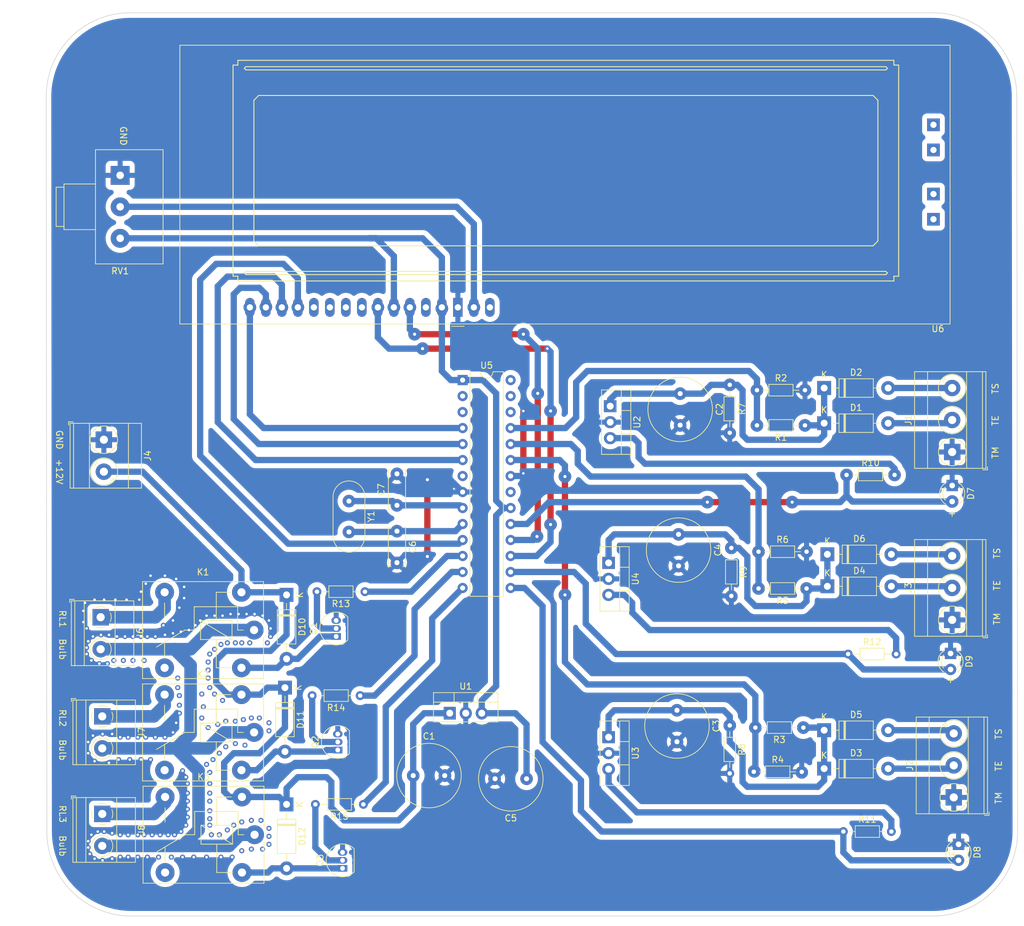
<source format=kicad_pcb>
(kicad_pcb (version 20211014) (generator pcbnew)
  (layers (0 "F.Cu" signal) (31 "B.Cu" signal) (34 "B.Paste" user) (35 "F.Paste" user) (36 "B.SilkS" user "B.Silkscreen") (37 "F.SilkS" user "F.Silkscreen") (38 "B.Mask" user) (39 "F.Mask" user) (44 "Edge.Cuts" user))
  (net 0 "")
  (net 1 "12V")
  (net 2 "GND")
  (net 3 "Net-(C2-Pad1)")
  (net 4 "Net-(C3-Pad1)")
  (net 5 "Net-(C4-Pad1)")
  (net 6 "5V")
  (net 7 "XTAL2")
  (net 8 "XTAL1")
  (net 9 "Net-(D1-Pad2)")
  (net 10 "Net-(D2-Pad2)")
  (net 11 "Net-(D3-Pad2)")
  (net 12 "Net-(D4-Pad2)")
  (net 13 "Net-(D5-Pad2)")
  (net 14 "Net-(D6-Pad2)")
  (net 15 "13")
  (net 16 "9")
  (net 17 "10")
  (net 18 "Net-(D10-Pad2)")
  (net 19 "Net-(D11-Pad2)")
  (net 20 "Net-(D12-Pad2)")
  (net 21 "PIN11")
  (net 22 "RL3")
  (net 23 "RL2")
  (net 24 "RL1")
  (net 25 "Net-(Q1-Pad2)")
  (net 26 "Net-(Q2-Pad2)")
  (net 27 "Net-(Q3-Pad2)")
  (net 28 "PC0")
  (net 29 "PC2")
  (net 30 "PC1")
  (net 31 "Net-(R10-Pad2)")
  (net 32 "Net-(R11-Pad2)")
  (net 33 "Net-(R12-Pad2)")
  (net 34 "8")
  (net 35 "6")
  (net 36 "7")
  (net 37 "VEE")
  (net 40 "D7")
  (net 41 "D6")
  (net 42 "D5")
  (net 44 "D4")
  (net 45 "E")
  (net 46 "RS")
  (footprint "Potentiometer_THT:Potentiometer_Alps_RK163_Single_Horizontal" (layer "F.Cu") (at 33.782 46.9)
    (fp_text reference "RV1")
    (fp_text value "10k")
  )
  (footprint "Package_TO_SOT_THT:TO-92_Inline" (layer "F.Cu") (at 69.088 156.972 90)
    (fp_text reference "Q3")
    (fp_text value "BC547")
  )
  (footprint "Crystal:Crystal_HC18-U_Vertical" (layer "F.Cu") (at 70.104 98.642 -90)
    (fp_text reference "Y1")
    (fp_text value "Crystal")
  )
  (footprint "TerminalBlock_Phoenix:TerminalBlock_Phoenix_MKDS-1,5-2-5.08_1x02_P5.08mm_Horizontal" (layer "F.Cu") (at 30.937 132.837 -90)
    (fp_text reference "J7")
    (fp_text value "Screw_Terminal_01x02")
  )
  (footprint "Relay_THT:Relay_SPDT_Finder_36.11" (layer "F.Cu") (at 55.118 151.638 180)
    (fp_text reference "K3")
    (fp_text value "FINDER-32.21-x300")
  )
  (footprint "Package_TO_SOT_THT:TO-220-3_Vertical" (layer "F.Cu") (at 111.323 136.144 -90)
    (fp_text reference "U3")
    (fp_text value "LM7805_TO220")
  )
  (footprint "Package_TO_SOT_THT:TO-92_Inline" (layer "F.Cu") (at 68.072 120.142 90)
    (fp_text reference "Q1")
    (fp_text value "BC547")
  )
  (footprint "Package_DIP:DIP-28_W7.62mm" (layer "F.Cu") (at 88.148 79.422)
    (fp_text reference "U5")
    (fp_text value "ATmega328P-P")
  )
  (footprint "Diode_THT:D_DO-41_SOD81_P10.16mm_Horizontal" (layer "F.Cu") (at 60.198 113.538 -90)
    (fp_text reference "D10")
    (fp_text value "1N4007")
  )
  (footprint "Resistor_THT:R_Axial_DIN0204_L3.6mm_D1.6mm_P7.62mm_Horizontal" (layer "F.Cu") (at 130.556 80.174 -90)
    (fp_text reference "R7")
    (fp_text value "1k")
  )
  (footprint "Capacitor_THT:C_Radial_D10.0mm_H12.5mm_P5.00mm" (layer "F.Cu") (at 122.682 81.574 -90)
    (fp_text reference "C2")
    (fp_text value "2200u")
  )
  (footprint "Resistor_THT:R_Axial_DIN0204_L3.6mm_D1.6mm_P7.62mm_Horizontal" (layer "F.Cu") (at 142.494 86.614 180)
    (fp_text reference "R1")
    (fp_text value "100k")
  )
  (footprint "Resistor_THT:R_Axial_DIN0204_L3.6mm_D1.6mm_P7.62mm_Horizontal" (layer "F.Cu") (at 149.098 94.488)
    (fp_text reference "R10")
    (fp_text value "330")
  )
  (footprint "Diode_THT:D_DO-41_SOD81_P10.16mm_Horizontal" (layer "F.Cu") (at 59.944 128.27 -90)
    (fp_text reference "D11")
    (fp_text value "1N4007")
  )
  (footprint "Capacitor_THT:C_Disc_D6.0mm_W2.5mm_P5.00mm" (layer "F.Cu") (at 77.724 103.418 -90)
    (fp_text reference "C6")
    (fp_text value "22p")
  )
  (footprint "Resistor_THT:R_Axial_DIN0204_L3.6mm_D1.6mm_P7.62mm_Horizontal" (layer "F.Cu") (at 134.366 141.642)
    (fp_text reference "R4")
    (fp_text value "10k")
  )
  (footprint "Capacitor_THT:C_Radial_D10.0mm_H12.5mm_P5.00mm" (layer "F.Cu") (at 122.174 131.866 -90)
    (fp_text reference "C3")
    (fp_text value "2200u")
  )
  (footprint "Resistor_THT:R_Axial_DIN0204_L3.6mm_D1.6mm_P7.62mm_Horizontal" (layer "F.Cu") (at 130.556 134.276 -90)
    (fp_text reference "R8")
    (fp_text value "1k")
  )
  (footprint "Resistor_THT:R_Axial_DIN0204_L3.6mm_D1.6mm_P7.62mm_Horizontal" (layer "F.Cu") (at 142.24 134.62 180)
    (fp_text reference "R3")
    (fp_text value "100k")
  )
  (footprint "Resistor_THT:R_Axial_DIN0204_L3.6mm_D1.6mm_P7.62mm_Horizontal" (layer "F.Cu") (at 149.352 122.936)
    (fp_text reference "R12")
    (fp_text value "300")
  )
  (footprint "Diode_THT:D_DO-41_SOD81_P10.16mm_Horizontal" (layer "F.Cu") (at 146.05 107.098)
    (fp_text reference "D6")
    (fp_text value "1N4007")
  )
  (footprint "Package_TO_SOT_THT:TO-92_Inline" (layer "F.Cu") (at 68.326 138.176 90)
    (fp_text reference "Q2")
    (fp_text value "BC547")
  )
  (footprint "Display:LCD-016N002L" (layer "F.Cu") (at 87.394 67.8715 180)
    (fp_text reference "U6")
    (fp_text value "LCD-016N002L")
  )
  (footprint "TerminalBlock_Phoenix:TerminalBlock_Phoenix_MKDS-1,5-2-5.08_1x02_P5.08mm_Horizontal" (layer "F.Cu") (at 30.683 117.089 -90)
    (fp_text reference "J6")
    (fp_text value "Screw_Terminal_01x02")
  )
  (footprint "Resistor_THT:R_Axial_DIN0204_L3.6mm_D1.6mm_P7.62mm_Horizontal" (layer "F.Cu") (at 72.644 113.03 180)
    (fp_text reference "R13")
    (fp_text value "10k")
  )
  (footprint "LED_THT:LED_D3.0mm" (layer "F.Cu") (at 165.862 96.171 -90)
    (fp_text reference "D7")
    (fp_text value "LED")
  )
  (footprint "Relay_THT:Relay_SPDT_Finder_36.11" (layer "F.Cu") (at 55.04 119.126 180)
    (fp_text reference "K1")
    (fp_text value "FINDER-32.21-x300")
  )
  (footprint "Capacitor_THT:C_Radial_D10.0mm_H12.5mm_P5.00mm" (layer "F.Cu") (at 122.428 103.926 -90)
    (fp_text reference "C4")
    (fp_text value "2200u")
  )
  (footprint "Diode_THT:D_DO-41_SOD81_P10.16mm_Horizontal" (layer "F.Cu") (at 145.542 135.038)
    (fp_text reference "D5")
    (fp_text value "1N4007")
  )
  (footprint "Capacitor_THT:C_Radial_D10.0mm_H12.5mm_P5.00mm" (layer "F.Cu") (at 80.304 142.24)
    (fp_text reference "C1")
    (fp_text value "2200u")
  )
  (footprint "TerminalBlock_Phoenix:TerminalBlock_Phoenix_MKDS-1,5-2-5.08_1x02_P5.08mm_Horizontal" (layer "F.Cu") (at 30.937 148.331 -90)
    (fp_text reference "J8")
    (fp_text value "Screw_Terminal_01x02")
  )
  (footprint "Resistor_THT:R_Axial_DIN0204_L3.6mm_D1.6mm_P7.62mm_Horizontal" (layer "F.Cu") (at 135.128 106.68)
    (fp_text reference "R6")
    (fp_text value "10k")
  )
  (footprint "Package_TO_SOT_THT:TO-220-3_Vertical" (layer "F.Cu") (at 86.106 132.334)
    (fp_text reference "U1")
    (fp_text value "LM7805_TO220")
  )
  (footprint "Package_TO_SOT_THT:TO-220-3_Vertical" (layer "F.Cu") (at 111.323 108.458 -90)
    (fp_text reference "U4")
    (fp_text value "LM7805_TO220")
  )
  (footprint "Diode_THT:D_DO-41_SOD81_P10.16mm_Horizontal" (layer "F.Cu") (at 145.542 141.134)
    (fp_text reference "D3")
    (fp_text value "1N4007")
  )
  (footprint "TerminalBlock_Phoenix:TerminalBlock_Phoenix_MKDS-3-3-5.08_1x03_P5.08mm_Horizontal" (layer "F.Cu") (at 165.862 117.512 90)
    (fp_text reference "J3")
    (fp_text value "Screw_Terminal_01x03")
  )
  (footprint "TerminalBlock_Phoenix:TerminalBlock_Phoenix_MKDS-3-3-5.08_1x03_P5.08mm_Horizontal" (layer "F.Cu") (at 165.862 90.842 90)
    (fp_text reference "J1")
    (fp_text value "Screw_Terminal_01x03")
  )
  (footprint "Resistor_THT:R_Axial_DIN0204_L3.6mm_D1.6mm_P7.62mm_Horizontal" (layer "F.Cu") (at 134.874 81.026)
    (fp_text reference "R2")
    (fp_text value "10k")
  )
  (footprint "Resistor_THT:R_Axial_DIN0204_L3.6mm_D1.6mm_P7.62mm_Horizontal" (layer "F.Cu") (at 130.81 106.082 -90)
    (fp_text reference "R9")
    (fp_text value "1k")
  )
  (footprint "Resistor_THT:R_Axial_DIN0204_L3.6mm_D1.6mm_P7.62mm_Horizontal" (layer "F.Cu") (at 142.748 112.522 180)
    (fp_text reference "R5")
    (fp_text value "100k")
  )
  (footprint "TerminalBlock_Phoenix:TerminalBlock_Phoenix_MKDS-3-2-5.08_1x02_P5.08mm_Horizontal" (layer "F.Cu") (at 31.196 88.895 -90)
    (fp_text reference "J4")
    (fp_text value "Screw_Terminal_01x02")
  )
  (footprint "TerminalBlock_Phoenix:TerminalBlock_Phoenix_MKDS-3-3-5.08_1x03_P5.08mm_Horizontal" (layer "F.Cu") (at 166.116 145.706 90)
    (fp_text reference "J2")
    (fp_text value "Screw_Terminal_01x03")
  )
  (footprint "Diode_THT:D_DO-41_SOD81_P10.16mm_Horizontal" (layer "F.Cu") (at 145.542 86.27)
    (fp_text reference "D1")
    (fp_text value "1N4007")
  )
  (footprint "LED_THT:LED_D3.0mm" (layer "F.Cu") (at 165.608 122.841 -90)
    (fp_text reference "D9")
    (fp_text value "LED")
  )
  (footprint "Package_TO_SOT_THT:TO-220-3_Vertical" (layer "F.Cu") (at 111.577 83.566 -90)
    (fp_text reference "U2")
    (fp_text value "LM7805_TO220")
  )
  (footprint "LED_THT:LED_D3.0mm" (layer "F.Cu") (at 166.878 153.157 -90)
    (fp_text reference "D8")
    (fp_text value "LED")
  )
  (footprint "Diode_THT:D_DO-41_SOD81_P10.16mm_Horizontal" (layer "F.Cu") (at 145.542 80.682)
    (fp_text reference "D2")
    (fp_text value "1N4007")
  )
  (footprint "Capacitor_THT:C_Radial_D10.0mm_H12.5mm_P5.00mm" (layer "F.Cu") (at 98.298 142.748 180)
    (fp_text reference "C5")
    (fp_text value "2200u")
  )
  (footprint "Capacitor_THT:C_Disc_D6.0mm_W2.5mm_P5.00mm" (layer "F.Cu") (at 77.724 99.314 90)
    (fp_text reference "C7")
    (fp_text value "22p")
  )
  (footprint "Diode_THT:D_DO-41_SOD81_P10.16mm_Horizontal" (layer "F.Cu") (at 60.198 146.812 -90)
    (fp_text reference "D12")
    (fp_text value "1N4007")
  )
  (footprint "Resistor_THT:R_Axial_DIN0204_L3.6mm_D1.6mm_P7.62mm_Horizontal" (layer "F.Cu") (at 72.39 146.812 180)
    (fp_text reference "R15")
    (fp_text value "10k")
  )
  (footprint "Resistor_THT:R_Axial_DIN0204_L3.6mm_D1.6mm_P7.62mm_Horizontal" (layer "F.Cu") (at 148.59 151.13)
    (fp_text reference "R11")
    (fp_text value "330")
  )
  (footprint "Diode_THT:D_DO-41_SOD81_P10.16mm_Horizontal" (layer "F.Cu") (at 146.05 112.178)
    (fp_text reference "D4")
    (fp_text value "1N4007")
  )
  (footprint "Relay_THT:Relay_SPDT_Finder_36.11" (layer "F.Cu") (at 55.04 135.382 180)
    (fp_text reference "K2")
    (fp_text value "FINDER-32.21-x300")
  )
  (footprint "Resistor_THT:R_Axial_DIN0204_L3.6mm_D1.6mm_P7.62mm_Horizontal" (layer "F.Cu") (at 71.882 129.54 180)
    (fp_text reference "R14")
    (fp_text value "10k")
  )
  (gr_line (start 176.124779 34.378) (end 176.24923 151.13) (layer "Edge.Cuts") (width 0.1))
  (gr_arc (start 35.56 164.545229) (mid 26.074001 160.615999) (end 22.144771 151.13) (layer "Edge.Cuts") (width 0.1))
  (gr_line (start 162.834 164.54523) (end 35.56 164.545229) (layer "Edge.Cuts") (width 0.1))
  (gr_line (start 35.334 21.087221) (end 162.834 21.087221) (layer "Edge.Cuts") (width 0.1))
  (gr_arc (start 176.24923 151.13) (mid 172.32 160.616) (end 162.834 164.54523) (layer "Edge.Cuts") (width 0.1))
  (gr_arc (start 22.043221 34.378) (mid 25.936 24.98) (end 35.334 21.087221) (layer "Edge.Cuts") (width 0.1))
  (gr_arc (start 162.834 21.087221) (mid 172.232 24.98) (end 176.124779 34.378) (layer "Edge.Cuts") (width 0.1))
  (gr_line (start 22.043221 34.378) (end 22.144771 151.13) (layer "Edge.Cuts") (width 0.1))
  (gr_text "TS" (at 172.72 80.772 90) (layer "F.SilkS") (effects (font (size 1 1))))
  (gr_text "TS" (at 173.228 135.636 90) (layer "F.SilkS") (effects (font (size 1 1))))
  (gr_text "TE" (at 172.974 112.014 90) (layer "F.SilkS") (effects (font (size 1 1))))
  (gr_text "Bulb" (at 24.638 153.416 270) (layer "F.SilkS") (effects (font (size 1 1))))
  (gr_text "GND" (at 24.13 88.9 270) (layer "F.SilkS") (effects (font (size 1 1))))
  (gr_text "RL1" (at 24.638 117.348 270) (layer "F.SilkS") (effects (font (size 1 1))))
  (gr_text "TM" (at 172.72 90.932 90) (layer "F.SilkS") (effects (font (size 1 1))))
  (gr_text "TE" (at 173.228 140.716 90) (layer "F.SilkS") (effects (font (size 1 1))))
  (gr_text "GND" (at 34.29 40.64 270) (layer "F.SilkS") (effects (font (size 1 1))))
  (gr_text "TS" (at 172.974 106.934 90) (layer "F.SilkS") (effects (font (size 1 1))))
  (gr_text "RL2" (at 24.638 133.096 270) (layer "F.SilkS") (effects (font (size 1 1))))
  (gr_text "+" (at 166.116 154.686) (layer "F.SilkS") (effects (font (size 1 1))))
  (gr_text "+" (at 165.608 127) (layer "F.SilkS") (effects (font (size 1 1))))
  (gr_text "+" (at 165.862 100.584) (layer "F.SilkS") (effects (font (size 1 1))))
  (gr_text "TM" (at 172.974 117.348 90) (layer "F.SilkS") (effects (font (size 1 1))))
  (gr_text "RL3" (at 24.638 148.336 270) (layer "F.SilkS") (effects (font (size 1 1))))
  (gr_text "TM" (at 173.228 145.796 90) (layer "F.SilkS") (effects (font (size 1 1))))
  (gr_text "Bulb" (at 24.638 122.174 270) (layer "F.SilkS") (effects (font (size 1 1))))
  (gr_text "TE" (at 172.72 85.852 90) (layer "F.SilkS") (effects (font (size 1 1))))
  (gr_text "+12V" (at 24.13 93.98 270) (layer "F.SilkS") (effects (font (size 1 1))))
  (gr_text "Bulb" (at 24.638 138.176 270) (layer "F.SilkS") (effects (font (size 1 1))))
  (via (at 48.006 147.828) (size 0.8) (drill 0.4) (layers "F.Cu" "B.Cu") (net 0))
  (via (at 49.53 151.638) (size 0.8) (drill 0.4) (layers "F.Cu" "B.Cu") (net 0))
  (via (at 43.18 132.334) (size 0.8) (drill 0.4) (layers "F.Cu" "B.Cu") (net 0))
  (via (at 44.45 143.51) (size 0.8) (drill 0.4) (layers "F.Cu" "B.Cu") (net 0))
  (via (at 49.53 138.684) (size 0.8) (drill 0.4) (layers "F.Cu" "B.Cu") (net 0))
  (via (at 48.006 122.936) (size 0.8) (drill 0.4) (layers "F.Cu" "B.Cu") (net 0))
  (via (at 33.782 155.194) (size 0.8) (drill 0.4) (layers "F.Cu" "B.Cu") (net 0))
  (via (at 52.07 137.16) (size 0.8) (drill 0.4) (layers "F.Cu" "B.Cu") (net 0))
  (via (at 48.006 150.114) (size 0.8) (drill 0.4) (layers "F.Cu" "B.Cu") (net 0))
  (via (at 53.594 137.414) (size 0.8) (drill 0.4) (layers "F.Cu" "B.Cu") (net 0))
  (via (at 50.546 137.668) (size 0.8) (drill 0.4) (layers "F.Cu" "B.Cu") (net 0))
  (via (at 44.45 145.034) (size 0.8) (drill 0.4) (layers "F.Cu" "B.Cu") (net 0))
  (via (at 35.052 136.144) (size 0.8) (drill 0.4) (layers "F.Cu" "B.Cu") (net 0))
  (via (at 47.752 126.746) (size 0.8) (drill 0.4) (layers "F.Cu" "B.Cu") (net 0))
  (via (at 57.15 121.158) (size 0.8) (drill 0.4) (layers "F.Cu" "B.Cu") (net 0))
  (via (at 43.18 131.064) (size 0.8) (drill 0.4) (layers "F.Cu" "B.Cu") (net 0))
  (via (at 57.404 133.858) (size 0.8) (drill 0.4) (layers "F.Cu" "B.Cu") (net 0))
  (via (at 48.006 143.51) (size 0.8) (drill 0.4) (layers "F.Cu" "B.Cu") (net 0))
  (via (at 55.88 133.096) (size 0.8) (drill 0.4) (layers "F.Cu" "B.Cu") (net 0))
  (via (at 48.768 129.286) (size 0.8) (drill 0.4) (layers "F.Cu" "B.Cu") (net 0))
  (via (at 41.402 151.638) (size 0.8) (drill 0.4) (layers "F.Cu" "B.Cu") (net 0))
  (via (at 46.736 133.096) (size 0.8) (drill 0.4) (layers "F.Cu" "B.Cu") (net 0))
  (via (at 52.07 121.158) (size 0.8) (drill 0.4) (layers "F.Cu" "B.Cu") (net 0))
  (via (at 38.608 139.7) (size 0.8) (drill 0.4) (layers "F.Cu" "B.Cu") (net 0))
  (via (at 34.29 123.952) (size 0.8) (drill 0.4) (layers "F.Cu" "B.Cu") (net 0))
  (via (at 53.086 121.158) (size 0.8) (drill 0.4) (layers "F.Cu" "B.Cu") (net 0))
  (via (at 43.434 151.13) (size 0.8) (drill 0.4) (layers "F.Cu" "B.Cu") (net 0))
  (via (at 50.8 150.876) (size 0.8) (drill 0.4) (layers "F.Cu" "B.Cu") (net 0))
  (via (at 50.8 121.158) (size 0.8) (drill 0.4) (layers "F.Cu" "B.Cu") (net 0))
  (via (at 54.61 133.096) (size 0.8) (drill 0.4) (layers "F.Cu" "B.Cu") (net 0))
  (via (at 45.466 155.194) (size 0.8) (drill 0.4) (layers "F.Cu" "B.Cu") (net 0))
  (via (at 37.592 151.638) (size 0.8) (drill 0.4) (layers "F.Cu" "B.Cu") (net 0))
  (via (at 53.34 133.35) (size 0.8) (drill 0.4) (layers "F.Cu" "B.Cu") (net 0))
  (via (at 46.736 129.286) (size 0.8) (drill 0.4) (layers "F.Cu" "B.Cu") (net 0))
  (via (at 43.688 141.478) (size 0.8) (drill 0.4) (layers "F.Cu" "B.Cu") (net 0))
  (via (at 44.45 148.844) (size 0.8) (drill 0.4) (layers "F.Cu" "B.Cu") (net 0))
  (via (at 40.894 136.144) (size 0.8) (drill 0.4) (layers "F.Cu" "B.Cu") (net 0))
  (via (at 41.91 155.194) (size 0.8) (drill 0.4) (layers "F.Cu" "B.Cu") (net 0))
  (via (at 46.99 131.318) (size 0.8) (drill 0.4) (layers "F.Cu" "B.Cu") (net 0))
  (via (at 33.782 136.144) (size 0.8) (drill 0.4) (layers "F.Cu" "B.Cu") (net 0))
  (via (at 42.926 128.27) (size 0.8) (drill 0.4) (layers "F.Cu" "B.Cu") (net 0))
  (via (at 47.752 125.476) (size 0.8) (drill 0.4) (layers "F.Cu" "B.Cu") (net 0))
  (via (at 35.306 139.7) (size 0.8) (drill 0.4) (layers "F.Cu" "B.Cu") (net 0))
  (via (at 44.45 146.304) (size 0.8) (drill 0.4) (layers "F.Cu" "B.Cu") (net 0))
  (via (at 38.862 151.638) (size 0.8) (drill 0.4) (layers "F.Cu" "B.Cu") (net 0))
  (via (at 36.576 151.638) (size 0.8) (drill 0.4) (layers "F.Cu" "B.Cu") (net 0))
  (via (at 38.1 155.194) (size 0.8) (drill 0.4) (layers "F.Cu" "B.Cu") (net 0))
  (via (at 53.086 154.178) (size 0.8) (drill 0.4) (layers "F.Cu" "B.Cu") (net 0))
  (via (at 47.498 140.462) (size 0.8) (drill 0.4) (layers "F.Cu" "B.Cu") (net 0))
  (via (at 36.576 136.144) (size 0.8) (drill 0.4) (layers "F.Cu" "B.Cu") (net 0))
  (via (at 49.276 134.112) (size 0.8) (drill 0.4) (layers "F.Cu" "B.Cu") (net 0))
  (via (at 33.528 139.7) (size 0.8) (drill 0.4) (layers "F.Cu" "B.Cu") (net 0))
  (via (at 37.592 123.952) (size 0.8) (drill 0.4) (layers "F.Cu" "B.Cu") (net 0))
  (via (at 35.052 151.638) (size 0.8) (drill 0.4) (layers "F.Cu" "B.Cu") (net 0))
  (via (at 57.404 135.128) (size 0.8) (drill 0.4) (layers "F.Cu" "B.Cu") (net 0))
  (via (at 56.388 153.924) (size 0.8) (drill 0.4) (layers "F.Cu" "B.Cu") (net 0))
  (via (at 50.546 133.604) (size 0.8) (drill 0.4) (layers "F.Cu" "B.Cu") (net 0))
  (via (at 43.18 129.54) (size 0.8) (drill 0.4) (layers "F.Cu" "B.Cu") (net 0))
  (via (at 56.134 149.352) (size 0.8) (drill 0.4) (layers "F.Cu" "B.Cu") (net 0))
  (via (at 51.562 155.194) (size 0.8) (drill 0.4) (layers "F.Cu" "B.Cu") (net 0))
  (via (at 48.006 146.304) (size 0.8) (drill 0.4) (layers "F.Cu" "B.Cu") (net 0))
  (via (at 57.404 153.162) (size 0.8) (drill 0.4) (layers "F.Cu" "B.Cu") (net 0))
  (via (at 47.752 124.206) (size 0.8) (drill 0.4) (layers "F.Cu" "B.Cu") (net 0))
  (via (at 37.846 136.144) (size 0.8) (drill 0.4) (layers "F.Cu" "B.Cu") (net 0))
  (via (at 42.926 126.746) (size 0.8) (drill 0.4) (layers "F.Cu" "B.Cu") (net 0))
  (via (at 39.878 155.194) (size 0.8) (drill 0.4) (layers "F.Cu" "B.Cu") (net 0))
  (via (at 47.752 134.62) (size 0.8) (drill 0.4) (layers "F.Cu" "B.Cu") (net 0))
  (via (at 32.766 123.952) (size 0.8) (drill 0.4) (layers "F.Cu" "B.Cu") (net 0))
  (via (at 49.784 155.194) (size 0.8) (drill 0.4) (layers "F.Cu" "B.Cu") (net 0))
  (via (at 35.814 123.952) (size 0.8) (drill 0.4) (layers "F.Cu" "B.Cu") (net 0))
  (via (at 54.61 149.352) (size 0.8) (drill 0.4) (layers "F.Cu" "B.Cu") (net 0))
  (via (at 48.006 149.098) (size 0.8) (drill 0.4) (layers "F.Cu" "B.Cu") (net 0))
  (via (at 43.688 155.194) (size 0.8) (drill 0.4) (layers "F.Cu" "B.Cu") (net 0))
  (via (at 40.132 151.638) (size 0.8) (drill 0.4) (layers "F.Cu" "B.Cu") (net 0))
  (via (at 35.052 155.194) (size 0.8) (drill 0.4) (layers "F.Cu" "B.Cu") (net 0))
  (via (at 42.418 151.638) (size 0.8) (drill 0.4) (layers "F.Cu" "B.Cu") (net 0))
  (via (at 33.782 151.638) (size 0.8) (drill 0.4) (layers "F.Cu" "B.Cu") (net 0))
  (via (at 54.61 153.924) (size 0.8) (drill 0.4) (layers "F.Cu" "B.Cu") (net 0))
  (via (at 39.37 136.144) (size 0.8) (drill 0.4) (layers "F.Cu" "B.Cu") (net 0))
  (via (at 53.086 149.606) (size 0.8) (drill 0.4) (layers "F.Cu" "B.Cu") (net 0))
  (via (at 57.404 151.892) (size 0.8) (drill 0.4) (layers "F.Cu" "B.Cu") (net 0))
  (via (at 48.768 122.174) (size 0.8) (drill 0.4) (layers "F.Cu" "B.Cu") (net 0))
  (via (at 52.07 133.604) (size 0.8) (drill 0.4) (layers "F.Cu" "B.Cu") (net 0))
  (via (at 50.038 130.302) (size 0.8) (drill 0.4) (layers "F.Cu" "B.Cu") (net 0))
  (via (at 48.006 128.27) (size 0.8) (drill 0.4) (layers "F.Cu" "B.Cu") (net 0))
  (via (at 51.816 150.114) (size 0.8) (drill 0.4) (layers "F.Cu" "B.Cu") (net 0))
  (via (at 40.64 118.364) (size 0.8) (drill 0.4) (layers "F.Cu" "B.Cu") (net 0))
  (via (at 57.404 150.622) (size 0.8) (drill 0.4) (layers "F.Cu" "B.Cu") (net 0))
  (via (at 48.26 151.638) (size 0.8) (drill 0.4) (layers "F.Cu" "B.Cu") (net 0))
  (via (at 37.084 139.7) (size 0.8) (drill 0.4) (layers "F.Cu" "B.Cu") (net 0))
  (via (at 49.784 121.412) (size 0.8) (drill 0.4) (layers "F.Cu" "B.Cu") (net 0))
  (via (at 48.006 145.034) (size 0.8) (drill 0.4) (layers "F.Cu" "B.Cu") (net 0))
  (via (at 48.514 139.7) (size 0.8) (drill 0.4) (layers "F.Cu" "B.Cu") (net 0))
  (via (at 54.356 121.158) (size 0.8) (drill 0.4) (layers "F.Cu" "B.Cu") (net 0))
  (via (at 47.498 155.194) (size 0.8) (drill 0.4) (layers "F.Cu" "B.Cu") (net 0))
  (via (at 36.576 155.194) (size 0.8) (drill 0.4) (layers "F.Cu" "B.Cu") (net 0))
  (via (at 48.006 141.732) (size 0.8) (drill 0.4) (layers "F.Cu" "B.Cu") (net 0))
  (via (at 44.45 147.574) (size 0.8) (drill 0.4) (layers "F.Cu" "B.Cu") (net 0))
  (via (at 80.304 142.24) (size 2) (drill 0.5) (layers "F.Cu" "B.Cu") (net 1))
  (segment (start 51.15 145.638) (end 53.118 145.638) (width 1) (layer "B.Cu") (net 1))
  (segment (start 53.04 129.382) (end 56.038 129.382) (width 1) (layer "B.Cu") (net 1))
  (segment (start 77.978 149.352) (end 69.342 149.352) (width 1) (layer "B.Cu") (net 1))
  (segment (start 53.118 145.638) (end 59.024 145.638) (width 1) (layer "B.Cu") (net 1))
  (segment (start 59.024 145.638) (end 60.198 146.812) (width 1) (layer "B.Cu") (net 1))
  (segment (start 37.333 93.975) (end 31.196 93.975) (width 1) (layer "B.Cu") (net 1))
  (segment (start 56.038 129.382) (end 57.15 128.27) (width 1) (layer "B.Cu") (net 1))
  (segment (start 51.816 138.684) (end 50.292 140.208) (width 1) (layer "B.Cu") (net 1))
  (segment (start 50.546 122.428) (end 49.022 123.952) (width 1) (layer "B.Cu") (net 1))
  (segment (start 67.31 147.32) (end 67.31 143.256) (width 1) (layer "B.Cu") (net 1))
  (segment (start 60.198 144.272) (end 60.198 146.812) (width 1) (layer "B.Cu") (net 1))
  (segment (start 49.022 123.952) (end 49.022 127.508) (width 1) (layer "B.Cu") (net 1))
  (segment (start 59.944 128.27) (end 59.944 134.62) (width 1) (layer "B.Cu") (net 1))
  (segment (start 80.304 142.24) (end 80.304 134.072) (width 1) (layer "B.Cu") (net 1))
  (segment (start 59.944 134.62) (end 55.88 138.684) (width 1) (layer "B.Cu") (net 1))
  (segment (start 67.31 143.256) (end 66.548 142.494) (width 1) (layer "B.Cu") (net 1))
  (segment (start 82.042 132.334) (end 86.106 132.334) (width 1) (layer "B.Cu") (net 1))
  (segment (start 50.292 144.78) (end 51.15 145.638) (width 1) (layer "B.Cu") (net 1))
  (segment (start 60.198 119.888) (end 57.658 122.428) (width 1) (layer "B.Cu") (net 1))
  (segment (start 53.04 113.126) (end 53.04 109.682) (width 1) (layer "B.Cu") (net 1))
  (segment (start 57.658 122.428) (end 50.546 122.428) (width 1) (layer "B.Cu") (net 1))
  (segment (start 53.04 109.682) (end 37.333 93.975) (width 1) (layer "B.Cu") (net 1))
  (segment (start 66.548 142.494) (end 61.976 142.494) (width 1) (layer "B.Cu") (net 1))
  (segment (start 53.04 113.126) (end 59.786 113.126) (width 1) (layer "B.Cu") (net 1))
  (segment (start 50.896 129.382) (end 53.04 129.382) (width 1) (layer "B.Cu") (net 1))
  (segment (start 69.342 149.352) (end 67.31 147.32) (width 1) (layer "B.Cu") (net 1))
  (segment (start 60.198 113.538) (end 60.198 119.888) (width 1) (layer "B.Cu") (net 1))
  (segment (start 61.976 142.494) (end 60.198 144.272) (width 1) (layer "B.Cu") (net 1))
  (segment (start 50.292 140.208) (end 50.292 144.78) (width 1) (layer "B.Cu") (net 1))
  (segment (start 59.786 113.126) (end 60.198 113.538) (width 1) (layer "B.Cu") (net 1))
  (segment (start 57.15 128.27) (end 59.944 128.27) (width 1) (layer "B.Cu") (net 1))
  (segment (start 55.88 138.684) (end 51.816 138.684) (width 1) (layer "B.Cu") (net 1))
  (segment (start 80.304 142.24) (end 80.304 147.026) (width 1) (layer "B.Cu") (net 1))
  (segment (start 80.304 147.026) (end 77.978 149.352) (width 1) (layer "B.Cu") (net 1))
  (segment (start 80.304 134.072) (end 82.042 132.334) (width 1) (layer "B.Cu") (net 1))
  (segment (start 49.022 127.508) (end 50.896 129.382) (width 1) (layer "B.Cu") (net 1))
  (segment (start 82.55 96.52) (end 82.55 107.442) (width 1) (layer "F.Cu") (net 2))
  (segment (start 82.55 95.25) (end 82.55 96.774) (width 1) (layer "F.Cu") (net 2))
  (segment (start 97.79 94.234) (end 97.79 84.328) (width 1) (layer "F.Cu") (net 2))
  (via (at 40.894 110.49) (size 0.8) (drill 0.4) (layers "F.Cu" "B.Cu") (net 2))
  (via (at 130.81 113.792) (size 2) (drill 0.5) (layers "F.Cu" "B.Cu") (net 2))
  (via (at 53.848 116.586) (size 0.8) (drill 0.4) (layers "F.Cu" "B.Cu") (net 2))
  (via (at 93.218 142.748) (size 2) (drill 0.5) (layers "F.Cu" "B.Cu") (net 2))
  (via (at 34.544 120.142) (size 0.8) (drill 0.4) (layers "F.Cu" "B.Cu") (net 2))
  (via (at 42.672 110.998) (size 0.8) (drill 0.4) (layers "F.Cu" "B.Cu") (net 2))
  (via (at 28.956 154.686) (size 0.8) (drill 0.4) (layers "F.Cu" "B.Cu") (net 2))
  (via (at 31.75 124.46) (size 0.8) (drill 0.4) (layers "F.Cu" "B.Cu") (net 2))
  (via (at 27.94 117.856) (size 0.8) (drill 0.4) (layers "F.Cu" "B.Cu") (net 2))
  (via (at 35.814 120.142) (size 0.8) (drill 0.4) (layers "F.Cu" "B.Cu") (net 2))
  (via (at 39.37 120.142) (size 0.8) (drill 0.4) (layers "F.Cu" "B.Cu") (net 2))
  (via (at 42.164 119.634) (size 0.8) (drill 0.4) (layers "F.Cu" "B.Cu") (net 2))
  (via (at 37.846 111.76) (size 0.8) (drill 0.4) (layers "F.Cu" "B.Cu") (net 2))
  (via (at 29.21 151.638) (size 0.8) (drill 0.4) (layers "F.Cu" "B.Cu") (net 2))
  (via (at 40.894 119.888) (size 0.8) (drill 0.4) (layers "F.Cu" "B.Cu") (net 2))
  (via (at 37.084 120.142) (size 0.8) (drill 0.4) (layers "F.Cu" "B.Cu") (net 2))
  (via (at 28.702 138.684) (size 0.8) (drill 0.4) (layers "F.Cu" "B.Cu") (net 2))
  (via (at 34.798 114.3) (size 0.8) (drill 0.4) (layers "F.Cu" "B.Cu") (net 2))
  (via (at 29.718 114.3) (size 0.8) (drill 0.4) (layers "F.Cu" "B.Cu") (net 2))
  (via (at 51.308 116.586) (size 0.8) (drill 0.4) (layers "F.Cu" "B.Cu") (net 2))
  (via (at 45.72 118.364) (size 0.8) (drill 0.4) (layers "F.Cu" "B.Cu") (net 2))
  (via (at 30.48 124.46) (size 0.8) (drill 0.4) (layers "F.Cu" "B.Cu") (net 2))
  (via (at 28.448 122.936) (size 0.8) (drill 0.4) (layers "F.Cu" "B.Cu") (net 2))
  (via (at 30.988 135.636) (size 0.8) (drill 0.4) (layers "F.Cu" "B.Cu") (net 2))
  (via (at 130.556 87.884) (size 2) (drill 0.5) (layers "F.Cu" "B.Cu") (net 2))
  (via (at 57.658 118.872) (size 0.8) (drill 0.4) (layers "F.Cu" "B.Cu") (net 2))
  (via (at 28.702 153.67) (size 0.8) (drill 0.4) (layers "F.Cu" "B.Cu") (net 2))
  (via (at 28.702 120.904) (size 0.8) (drill 0.4) (layers "F.Cu" "B.Cu") (net 2))
  (via (at 28.448 121.92) (size 0.8) (drill 0.4) (layers "F.Cu" "B.Cu") (net 2))
  (via (at 30.988 155.702) (size 0.8) (drill 0.4) (layers "F.Cu" "B.Cu") (net 2))
  (via (at 97.79 94.234) (size 0.8) (drill 0.4) (layers "F.Cu" "B.Cu") (net 2))
  (via (at 57.404 117.602) (size 0.8) (drill 0.4) (layers "F.Cu" "B.Cu") (net 2))
  (via (at 28.448 118.872) (size 0.8) (drill 0.4) (layers "F.Cu" "B.Cu") (net 2))
  (via (at 85.344 142.24) (size 2) (drill 0.5) (layers "F.Cu" "B.Cu") (net 2))
  (via (at 32.512 135.636) (size 0.8) (drill 0.4) (layers "F.Cu" "B.Cu") (net 2))
  (via (at 43.942 114.046) (size 0.8) (drill 0.4) (layers "F.Cu" "B.Cu") (net 2))
  (via (at 30.226 151.13) (size 0.8) (drill 0.4) (layers "F.Cu" "B.Cu") (net 2))
  (via (at 38.608 110.49) (size 0.8) (drill 0.4) (layers "F.Cu" "B.Cu") (net 2))
  (via (at 44.196 150.114) (size 0.8) (drill 0.4) (layers "F.Cu" "B.Cu") (net 2))
  (via (at 141.986 141.732) (size 2) (drill 0.5) (layers "F.Cu" "B.Cu") (net 2))
  (via (at 42.672 133.858) (size 0.8) (drill 0.4) (layers "F.Cu" "B.Cu") (net 2))
  (via (at 28.702 136.906) (size 0.8) (drill 0.4) (layers "F.Cu" "B.Cu") (net 2))
  (via (at 77.724 94.314) (size 2) (drill 0.5) (layers "F.Cu" "B.Cu") (net 2))
  (via (at 30.734 119.888) (size 0.8) (drill 0.4) (layers "F.Cu" "B.Cu") (net 2))
  (via (at 50.038 116.84) (size 0.8) (drill 0.4) (layers "F.Cu" "B.Cu") (net 2))
  (via (at 56.388 116.84) (size 0.8) (drill 0.4) (layers "F.Cu" "B.Cu") (net 2))
  (via (at 82.55 95.25) (size 2) (drill 0.5) (layers "F.Cu" "B.Cu") (net 2))
  (via (at 42.164 135.382) (size 0.8) (drill 0.4) (layers "F.Cu" "B.Cu") (net 2))
  (via (at 57.658 120.142) (size 0.8) (drill 0.4) (layers "F.Cu" "B.Cu") (net 2))
  (via (at 29.21 123.952) (size 0.8) (drill 0.4) (layers "F.Cu" "B.Cu") (net 2))
  (via (at 44.704 119.126) (size 0.8) (drill 0.4) (layers "F.Cu" "B.Cu") (net 2))
  (via (at 122.682 86.614) (size 2) (drill 0.5) (layers "F.Cu" "B.Cu") (net 2))
  (via (at 77.724 108.458) (size 2) (drill 0.5) (layers "F.Cu" "B.Cu") (net 2))
  (via (at 55.118 116.586) (size 0.8) (drill 0.4) (layers "F.Cu" "B.Cu") (net 2))
  (via (at 29.464 120.142) (size 0.8) (drill 0.4) (layers "F.Cu" "B.Cu") (net 2))
  (via (at 37.084 113.03) (size 0.8) (drill 0.4) (layers "F.Cu" "B.Cu") (net 2))
  (via (at 27.94 116.078) (size 0.8) (drill 0.4) (layers "F.Cu" "B.Cu") (net 2))
  (via (at 44.196 142.494) (size 0.8) (drill 0.4) (layers "F.Cu" "B.Cu") (net 2))
  (via (at 42.164 117.602) (size 0.8) (drill 0.4) (layers "F.Cu" "B.Cu") (net 2))
  (via (at 122.174 136.906) (size 2) (drill 0.5) (layers "F.Cu" "B.Cu") (net 2))
  (via (at 122.428 108.966) (size 2) (drill 0.5) (layers "F.Cu" "B.Cu") (net 2))
  (via (at 32.004 119.888) (size 0.8) (drill 0.4) (layers "F.Cu" "B.Cu") (net 2))
  (via (at 32.004 140.208) (size 0.8) (drill 0.4) (layers "F.Cu" "B.Cu") (net 2))
  (via (at 47.498 116.84) (size 0.8) (drill 0.4) (layers "F.Cu" "B.Cu") (net 2))
  (via (at 43.18 115.57) (size 0.8) (drill 0.4) (layers "F.Cu" "B.Cu") (net 2))
  (via (at 33.274 120.142) (size 0.8) (drill 0.4) (layers "F.Cu" "B.Cu") (net 2))
  (via (at 142.494 81.026) (size 2) (drill 0.5) (layers "F.Cu" "B.Cu") (net 2))
  (via (at 31.242 114.3) (size 0.8) (drill 0.4) (layers "F.Cu" "B.Cu") (net 2))
  (via (at 82.55 107.442) (size 2) (drill 0.5) (layers "F.Cu" "B.Cu") (net 2))
  (via (at 52.578 116.586) (size 0.8) (drill 0.4) (layers "F.Cu" "B.Cu") (net 2))
  (via (at 28.194 114.808) (size 0.8) (drill 0.4) (layers "F.Cu" "B.Cu") (net 2))
  (via (at 38.1 120.142) (size 0.8) (drill 0.4) (layers "F.Cu" "B.Cu") (net 2))
  (via (at 142.748 106.68) (size 2) (drill 0.5) (layers "F.Cu" "B.Cu") (net 2))
  (via (at 31.242 151.13) (size 0.8) (drill 0.4) (layers "F.Cu" "B.Cu") (net 2))
  (via (at 32.512 155.448) (size 0.8) (drill 0.4) (layers "F.Cu" "B.Cu") (net 2))
  (via (at 36.83 114.3) (size 0.8) (drill 0.4) (layers "F.Cu" "B.Cu") (net 2))
  (via (at 48.768 116.84) (size 0.8) (drill 0.4) (layers "F.Cu" "B.Cu") (net 2))
  (via (at 28.702 152.654) (size 0.8) (drill 0.4) (layers "F.Cu" "B.Cu") (net 2))
  (via (at 97.79 84.328) (size 0.8) (drill 0.4) (layers "F.Cu" "B.Cu") (net 2))
  (via (at 43.942 112.268) (size 0.8) (drill 0.4) (layers "F.Cu" "B.Cu") (net 2))
  (via (at 46.482 117.602) (size 0.8) (drill 0.4) (layers "F.Cu" "B.Cu") (net 2))
  (via (at 29.464 135.89) (size 0.8) (drill 0.4) (layers "F.Cu" "B.Cu") (net 2))
  (via (at 32.512 151.384) (size 0.8) (drill 0.4) (layers "F.Cu" "B.Cu") (net 2))
  (via (at 43.434 119.38) (size 0.8) (drill 0.4) (layers "F.Cu" "B.Cu") (net 2))
  (via (at 29.718 139.954) (size 0.8) (drill 0.4) (layers "F.Cu" "B.Cu") (net 2))
  (via (at 33.02 114.3) (size 0.8) (drill 0.4) (layers "F.Cu" "B.Cu") (net 2))
  (via (at 29.718 155.448) (size 0.8) (drill 0.4) (layers "F.Cu" "B.Cu") (net 2))
  (segment (start 95.768 94.662) (end 97.362 94.662) (width 1) (layer "B.Cu") (net 2))
  (segment (start 97.362 94.662) (end 97.79 94.234) (width 1) (layer "B.Cu") (net 2))
  (segment (start 78.66 95.25) (end 83.82 95.25) (width 1) (layer "B.Cu") (net 2))
  (segment (start 78.66 95.25) (end 77.724 94.314) (width 1) (layer "B.Cu") (net 2))
  (segment (start 88.148 97.202) (end 86.196 95.25) (width 1) (layer "B.Cu") (net 2))
  (segment (start 86.196 95.25) (end 83.82 95.25) (width 1) (layer "B.Cu") (net 2))
  (via (at 122.682 81.574) (size 2) (drill 0.5) (layers "F.Cu" "B.Cu") (net 3))
  (via (at 130.556 80.174) (size 2) (drill 0.5) (layers "F.Cu" "B.Cu") (net 3))
  (via (at 142.494 86.614) (size 2) (drill 0.5) (layers "F.Cu" "B.Cu") (net 3))
  (segment (start 112.482 81.574) (end 122.682 81.574) (width 1) (layer "B.Cu") (net 3))
  (segment (start 142.494 86.614) (end 145.198 86.614) (width 1) (layer "B.Cu") (net 3))
  (segment (start 133.35 88.9) (end 144.78 88.9) (width 1) (layer "B.Cu") (net 3))
  (segment (start 132.588 81.026) (end 132.588 88.138) (width 1) (layer "B.Cu") (net 3))
  (segment (start 127.598 80.174) (end 130.556 80.174) (width 1) (layer "B.Cu") (net 3))
  (segment (start 145.542 88.138) (end 145.542 86.27) (width 1) (layer "B.Cu") (net 3))
  (segment (start 111.577 82.479) (end 112.482 81.574) (width 1) (layer "B.Cu") (net 3))
  (segment (start 111.577 83.566) (end 111.577 82.479) (width 1) (layer "B.Cu") (net 3))
  (segment (start 132.588 88.138) (end 133.35 88.9) (width 1) (layer "B.Cu") (net 3))
  (segment (start 144.78 88.9) (end 145.542 88.138) (width 1) (layer "B.Cu") (net 3))
  (segment (start 122.682 81.574) (end 126.198 81.574) (width 1) (layer "B.Cu") (net 3))
  (segment (start 126.198 81.574) (end 127.598 80.174) (width 1) (layer "B.Cu") (net 3))
  (segment (start 130.556 80.174) (end 131.736 80.174) (width 1) (layer "B.Cu") (net 3))
  (segment (start 145.198 86.614) (end 145.542 86.27) (width 1) (layer "B.Cu") (net 3))
  (segment (start 145.542 80.682) (end 145.542 86.27) (width 1) (layer "B.Cu") (net 3))
  (segment (start 131.736 80.174) (end 132.588 81.026) (width 1) (layer "B.Cu") (net 3))
  (segment (start 145.034 80.174) (end 145.542 80.682) (width 1) (layer "B.Cu") (net 3))
  (via (at 122.174 131.866) (size 2) (drill 0.5) (layers "F.Cu" "B.Cu") (net 4))
  (via (at 142.24 134.62) (size 2) (drill 0.5) (layers "F.Cu" "B.Cu") (net 4))
  (via (at 130.556 134.276) (size 2) (drill 0.5) (layers "F.Cu" "B.Cu") (net 4))
  (segment (start 130.556 136.906) (end 132.588 138.938) (width 1) (layer "B.Cu") (net 4))
  (segment (start 132.588 138.938) (end 132.588 143.256) (width 1) (layer "B.Cu") (net 4))
  (segment (start 111.323 136.144) (end 111.323 132.771) (width 1) (layer "B.Cu") (net 4))
  (segment (start 130.556 134.276) (end 130.556 136.906) (width 1) (layer "B.Cu") (net 4))
  (segment (start 133.35 144.018) (end 144.526 144.018) (width 1) (layer "B.Cu") (net 4))
  (segment (start 132.588 143.256) (end 133.35 144.018) (width 1) (layer "B.Cu") (net 4))
  (segment (start 145.542 135.038) (end 145.542 141.134) (width 1) (layer "B.Cu") (net 4))
  (segment (start 112.228 131.866) (end 122.174 131.866) (width 1) (layer "B.Cu") (net 4))
  (segment (start 130.556 132.842) (end 130.556 134.276) (width 1) (layer "B.Cu") (net 4))
  (segment (start 145.542 143.002) (end 145.542 141.134) (width 1) (layer "B.Cu") (net 4))
  (segment (start 145.124 134.62) (end 145.542 135.038) (width 1) (layer "B.Cu") (net 4))
  (segment (start 129.58 131.866) (end 130.556 132.842) (width 1) (layer "B.Cu") (net 4))
  (segment (start 142.24 134.62) (end 145.124 134.62) (width 1) (layer "B.Cu") (net 4))
  (segment (start 111.323 132.771) (end 112.228 131.866) (width 1) (layer "B.Cu") (net 4))
  (segment (start 144.526 144.018) (end 145.542 143.002) (width 1) (layer "B.Cu") (net 4))
  (segment (start 122.174 131.866) (end 129.58 131.866) (width 1) (layer "B.Cu") (net 4))
  (via (at 142.748 112.522) (size 2) (drill 0.5) (layers "F.Cu" "B.Cu") (net 5))
  (via (at 130.81 106.082) (size 2) (drill 0.5) (layers "F.Cu" "B.Cu") (net 5))
  (via (at 122.428 103.926) (size 2) (drill 0.5) (layers "F.Cu" "B.Cu") (net 5))
  (segment (start 130.81 104.902) (end 130.556 104.648) (width 1) (layer "B.Cu") (net 5))
  (segment (start 122.428 103.926) (end 129.834 103.926) (width 1) (layer "B.Cu") (net 5))
  (segment (start 130.81 104.902) (end 130.81 106.082) (width 1) (layer "B.Cu") (net 5))
  (segment (start 130.81 106.082) (end 131.99 106.082) (width 1) (layer "B.Cu") (net 5))
  (segment (start 112.228 103.926) (end 122.428 103.926) (width 1) (layer "B.Cu") (net 5))
  (segment (start 111.323 108.458) (end 111.323 104.831) (width 1) (layer "B.Cu") (net 5))
  (segment (start 145.706 112.522) (end 146.05 112.178) (width 1) (layer "B.Cu") (net 5))
  (segment (start 133.35 114.046) (end 134.62 115.316) (width 1) (layer "B.Cu") (net 5))
  (segment (start 129.834 103.926) (end 130.81 104.902) (width 1) (layer "B.Cu") (net 5))
  (segment (start 142.748 114.554) (end 142.748 112.522) (width 1) (layer "B.Cu") (net 5))
  (segment (start 134.62 115.316) (end 141.986 115.316) (width 1) (layer "B.Cu") (net 5))
  (segment (start 131.99 106.082) (end 133.35 107.442) (width 1) (layer "B.Cu") (net 5))
  (segment (start 133.35 107.442) (end 133.35 114.046) (width 1) (layer "B.Cu") (net 5))
  (segment (start 111.323 104.831) (end 112.228 103.926) (width 1) (layer "B.Cu") (net 5))
  (segment (start 141.986 115.316) (end 142.748 114.554) (width 1) (layer "B.Cu") (net 5))
  (segment (start 145.542 106.59) (end 146.05 107.098) (width 1) (layer "B.Cu") (net 5))
  (segment (start 142.748 112.522) (end 145.706 112.522) (width 1) (layer "B.Cu") (net 5))
  (segment (start 146.05 107.098) (end 146.05 112.178) (width 1) (layer "B.Cu") (net 5))
  (via (at 98.298 142.748) (size 2) (drill 0.5) (layers "F.Cu" "B.Cu") (net 6))
  (via (at 77.234 67.8715) (size 2) (drill 0.5) (layers "F.Cu" "B.Cu") (net 6))
  (via (at 84.854 68.054) (size 2) (drill 0.5) (layers "F.Cu" "B.Cu") (net 6))
  (segment (start 93.472 98.552) (end 94.662 99.742) (width 1) (layer "B.Cu") (net 6))
  (segment (start 86.28 79.422) (end 88.148 79.422) (width 1) (layer "B.Cu") (net 6))
  (segment (start 84.854 59.962) (end 81.792 56.9) (width 1) (layer "B.Cu") (net 6))
  (segment (start 33.782 56.9) (end 73.41 56.9) (width 1) (layer "B.Cu") (net 6))
  (segment (start 91.186 132.334) (end 96.52 132.334) (width 1) (layer "B.Cu") (net 6))
  (segment (start 98.298 134.112) (end 98.298 142.748) (width 1) (layer "B.Cu") (net 6))
  (segment (start 91.186 130.302) (end 93.472 128.016) (width 1) (layer "B.Cu") (net 6))
  (segment (start 84.854 77.996) (end 86.28 79.422) (width 1) (layer "B.Cu") (net 6))
  (segment (start 93.472 100.932) (end 94.662 99.742) (width 1) (layer "B.Cu") (net 6))
  (segment (start 93.472 128.016) (end 93.472 100.932) (width 1) (layer "B.Cu") (net 6))
  (segment (start 93.472 81.534) (end 93.472 98.552) (width 1) (layer "B.Cu") (net 6))
  (segment (start 91.36 79.422) (end 93.472 81.534) (width 1) (layer "B.Cu") (net 6))
  (segment (start 84.854 68.054) (end 84.854 59.962) (width 1) (layer "B.Cu") (net 6))
  (segment (start 91.186 132.334) (end 91.186 130.302) (width 1) (layer "B.Cu") (net 6))
  (segment (start 96.52 132.334) (end 98.298 134.112) (width 1) (layer "B.Cu") (net 6))
  (segment (start 77.234 59.708) (end 74.426 56.9) (width 1) (layer "B.Cu") (net 6))
  (segment (start 77.234 67.8715) (end 77.234 59.708) (width 1) (layer "B.Cu") (net 6))
  (segment (start 84.854 72.8615) (end 84.854 68.054) (width 1) (layer "B.Cu") (net 6))
  (segment (start 94.662 99.742) (end 95.768 99.742) (width 1) (layer "B.Cu") (net 6))
  (segment (start 81.792 56.9) (end 73.41 56.9) (width 1) (layer "B.Cu") (net 6))
  (segment (start 84.854 72.8615) (end 84.854 77.996) (width 1) (layer "B.Cu") (net 6))
  (segment (start 74.426 56.9) (end 73.41 56.9) (width 1) (layer "B.Cu") (net 6))
  (segment (start 88.148 79.422) (end 91.36 79.422) (width 1) (layer "B.Cu") (net 6))
  (via (at 77.724 103.418) (size 2) (drill 0.5) (layers "F.Cu" "B.Cu") (net 7))
  (via (at 70.104 103.542) (size 2) (drill 0.5) (layers "F.Cu" "B.Cu") (net 7))
  (segment (start 77.724 103.418) (end 87.012 103.418) (width 1) (layer "B.Cu") (net 7))
  (segment (start 70.104 103.542) (end 77.6 103.542) (width 1) (layer "B.Cu") (net 7))
  (segment (start 77.6 103.542) (end 77.724 103.418) (width 1) (layer "B.Cu") (net 7))
  (segment (start 87.012 103.418) (end 88.148 102.282) (width 1) (layer "B.Cu") (net 7))
  (via (at 77.724 99.314) (size 2) (drill 0.5) (layers "F.Cu" "B.Cu") (net 8))
  (via (at 70.104 98.642) (size 2) (drill 0.5) (layers "F.Cu" "B.Cu") (net 8))
  (segment (start 87.72 99.314) (end 88.148 99.742) (width 1) (layer "B.Cu") (net 8))
  (segment (start 77.052 98.642) (end 77.724 99.314) (width 1) (layer "B.Cu") (net 8))
  (segment (start 77.724 99.314) (end 87.72 99.314) (width 1) (layer "B.Cu") (net 8))
  (segment (start 70.104 98.642) (end 77.052 98.642) (width 1) (layer "B.Cu") (net 8))
  (segment (start 165.354 86.27) (end 165.862 85.762) (width 1) (layer "B.Cu") (net 9))
  (segment (start 155.702 86.27) (end 165.354 86.27) (width 1) (layer "B.Cu") (net 9))
  (segment (start 155.702 80.682) (end 165.862 80.682) (width 1) (layer "B.Cu") (net 10))
  (segment (start 165.608 141.134) (end 166.116 140.626) (width 1) (layer "B.Cu") (net 11))
  (segment (start 155.702 141.134) (end 165.608 141.134) (width 1) (layer "B.Cu") (net 11))
  (segment (start 156.21 112.178) (end 165.608 112.178) (width 1) (layer "B.Cu") (net 12))
  (segment (start 165.608 112.178) (end 165.862 112.432) (width 1) (layer "B.Cu") (net 12))
  (segment (start 155.702 135.038) (end 165.608 135.038) (width 1) (layer "B.Cu") (net 13))
  (segment (start 165.608 135.038) (end 166.116 135.546) (width 1) (layer "B.Cu") (net 13))
  (segment (start 165.608 107.098) (end 165.862 107.352) (width 1) (layer "B.Cu") (net 14))
  (segment (start 156.21 107.098) (end 165.608 107.098) (width 1) (layer "B.Cu") (net 14))
  (segment (start 140.462 98.806) (end 127 98.806) (width 1) (layer "F.Cu") (net 15))
  (via (at 140.462 98.806) (size 2) (drill 0.5) (layers "F.Cu" "B.Cu") (net 15))
  (via (at 127 98.806) (size 2) (drill 0.5) (layers "F.Cu" "B.Cu") (net 15))
  (via (at 165.862 98.711) (size 2) (drill 0.5) (layers "F.Cu" "B.Cu") (net 15))
  (via (at 149.098 94.488) (size 2) (drill 0.5) (layers "F.Cu" "B.Cu") (net 15))
  (segment (start 140.462 98.806) (end 148.082 98.806) (width 1) (layer "B.Cu") (net 15))
  (segment (start 101.854 98.806) (end 127 98.806) (width 1) (layer "B.Cu") (net 15))
  (segment (start 150.019 98.711) (end 165.862 98.711) (width 1) (layer "B.Cu") (net 15))
  (segment (start 148.082 98.806) (end 149.098 97.79) (width 1) (layer "B.Cu") (net 15))
  (segment (start 98.378 102.282) (end 101.854 98.806) (width 1) (layer "B.Cu") (net 15))
  (segment (start 149.098 97.79) (end 149.098 94.488) (width 1) (layer "B.Cu") (net 15))
  (segment (start 149.098 97.79) (end 150.019 98.711) (width 1) (layer "B.Cu") (net 15))
  (segment (start 95.768 102.282) (end 98.378 102.282) (width 1) (layer "B.Cu") (net 15))
  (segment (start 100.838 136.906) (end 106.934 143.002) (width 1) (layer "B.Cu") (net 16))
  (segment (start 148.59 151.13) (end 148.59 154.432) (width 1) (layer "B.Cu") (net 16))
  (segment (start 95.768 112.442) (end 97.964 112.442) (width 1) (layer "B.Cu") (net 16))
  (segment (start 106.934 147.828) (end 110.236 151.13) (width 1) (layer "B.Cu") (net 16))
  (segment (start 110.236 151.13) (end 148.59 151.13) (width 1) (layer "B.Cu") (net 16))
  (segment (start 100.838 115.316) (end 100.838 136.906) (width 1) (layer "B.Cu") (net 16))
  (segment (start 149.86 155.702) (end 149.865 155.697) (width 1) (layer "B.Cu") (net 16))
  (segment (start 148.59 154.432) (end 149.86 155.702) (width 1) (layer "B.Cu") (net 16))
  (segment (start 97.964 112.442) (end 100.838 115.316) (width 1) (layer "B.Cu") (net 16))
  (segment (start 106.934 143.002) (end 106.934 147.828) (width 1) (layer "B.Cu") (net 16))
  (segment (start 149.865 155.697) (end 166.878 155.697) (width 1) (layer "B.Cu") (net 16))
  (segment (start 151.797 125.381) (end 165.608 125.381) (width 1) (layer "B.Cu") (net 17))
  (segment (start 95.768 109.902) (end 105.838 109.902) (width 1) (layer "B.Cu") (net 17))
  (segment (start 112.522 122.936) (end 149.352 122.936) (width 1) (layer "B.Cu") (net 17))
  (segment (start 149.352 122.936) (end 151.797 125.381) (width 1) (layer "B.Cu") (net 17))
  (segment (start 107.696 111.76) (end 107.696 118.11) (width 1) (layer "B.Cu") (net 17))
  (segment (start 105.838 109.902) (end 107.696 111.76) (width 1) (layer "B.Cu") (net 17))
  (segment (start 107.696 118.11) (end 112.522 122.936) (width 1) (layer "B.Cu") (net 17))
  (segment (start 60.198 123.698) (end 61.976 123.698) (width 1) (layer "B.Cu") (net 18))
  (segment (start 58.77 125.126) (end 60.198 123.698) (width 1) (layer "B.Cu") (net 18))
  (segment (start 61.976 123.698) (end 65.532 120.142) (width 1) (layer "B.Cu") (net 18))
  (segment (start 65.532 120.142) (end 68.072 120.142) (width 1) (layer "B.Cu") (net 18))
  (segment (start 53.04 125.126) (end 58.77 125.126) (width 1) (layer "B.Cu") (net 18))
  (segment (start 55.468 141.382) (end 58.42 138.43) (width 1) (layer "B.Cu") (net 19))
  (segment (start 58.42 138.43) (end 59.944 138.43) (width 1) (layer "B.Cu") (net 19))
  (segment (start 66.548 138.176) (end 68.326 138.176) (width 1) (layer "B.Cu") (net 19))
  (segment (start 53.04 141.382) (end 55.468 141.382) (width 1) (layer "B.Cu") (net 19))
  (segment (start 59.944 138.43) (end 66.294 138.43) (width 1) (layer "B.Cu") (net 19))
  (segment (start 66.294 138.43) (end 66.548 138.176) (width 1) (layer "B.Cu") (net 19))
  (segment (start 57.246 157.638) (end 57.912 156.972) (width 1) (layer "B.Cu") (net 20))
  (segment (start 57.912 156.972) (end 60.198 156.972) (width 1) (layer "B.Cu") (net 20))
  (segment (start 53.118 157.638) (end 57.246 157.638) (width 1) (layer "B.Cu") (net 20))
  (segment (start 60.198 156.972) (end 69.088 156.972) (width 1) (layer "B.Cu") (net 20))
  (segment (start 46.228 150.866) (end 43.683 153.411) (width 2) (layer "B.Cu") (net 21))
  (segment (start 52.832 151.638) (end 51.059 153.411) (width 2) (layer "B.Cu") (net 21))
  (segment (start 44.963 135.621) (end 42.667 137.917) (width 2) (layer "B.Cu") (net 21))
  (segment (start 44.963 122.169) (end 30.683 122.169) (width 2) (layer "B.Cu") (net 21))
  (segment (start 42.667 137.917) (end 46.228 141.478) (width 2) (layer "B.Cu") (net 21))
  (segment (start 42.418 122.174) (end 44.963 124.719) (width 2) (layer "B.Cu") (net 21))
  (segment (start 47.757 137.917) (end 42.667 137.917) (width 2) (layer "B.Cu") (net 21))
  (segment (start 51.059 153.411) (end 43.683 153.411) (width 2) (layer "B.Cu") (net 21))
  (segment (start 55.118 151.638) (end 52.832 151.638) (width 2) (layer "B.Cu") (net 21))
  (segment (start 55.04 119.126) (end 48.006 119.126) (width 2) (layer "B.Cu") (net 21))
  (segment (start 44.963 124.719) (end 44.963 135.621) (width 2) (layer "B.Cu") (net 21))
  (segment (start 46.228 141.478) (end 46.228 150.866) (width 2) (layer "B.Cu") (net 21))
  (segment (start 42.667 137.917) (end 30.937 137.917) (width 2) (layer "B.Cu") (net 21))
  (segment (start 55.04 135.382) (end 50.292 135.382) (width 2) (layer "B.Cu") (net 21))
  (segment (start 50.292 135.382) (end 47.757 137.917) (width 2) (layer "B.Cu") (net 21))
  (segment (start 43.683 153.411) (end 30.937 153.411) (width 2) (layer "B.Cu") (net 21))
  (segment (start 48.006 119.126) (end 44.963 122.169) (width 2) (layer "B.Cu") (net 21))
  (segment (start 40.918 146.534) (end 40.918 145.638) (width 2) (layer "B.Cu") (net 22))
  (segment (start 30.937 148.331) (end 39.121 148.331) (width 2) (layer "B.Cu") (net 22))
  (segment (start 39.121 148.331) (end 40.918 146.534) (width 2) (layer "B.Cu") (net 22))
  (segment (start 39.121 132.837) (end 40.84 131.118) (width 2) (layer "B.Cu") (net 23))
  (segment (start 30.937 132.837) (end 39.121 132.837) (width 2) (layer "B.Cu") (net 23))
  (segment (start 40.84 131.118) (end 40.84 129.382) (width 2) (layer "B.Cu") (net 23))
  (segment (start 39.375 117.089) (end 40.84 115.624) (width 2) (layer "B.Cu") (net 24))
  (segment (start 30.683 117.089) (end 39.375 117.089) (width 2) (layer "B.Cu") (net 24))
  (segment (start 40.84 115.624) (end 40.84 113.126) (width 2) (layer "B.Cu") (net 24))
  (segment (start 65.786 118.872) (end 68.072 118.872) (width 1) (layer "B.Cu") (net 25))
  (segment (start 65.024 118.11) (end 65.786 118.872) (width 1) (layer "B.Cu") (net 25))
  (segment (start 65.024 113.03) (end 65.024 118.11) (width 1) (layer "B.Cu") (net 25))
  (segment (start 64.262 135.89) (end 65.278 136.906) (width 1) (layer "B.Cu") (net 26))
  (segment (start 64.262 129.54) (end 64.262 135.89) (width 1) (layer "B.Cu") (net 26))
  (segment (start 65.278 136.906) (end 68.326 136.906) (width 1) (layer "B.Cu") (net 26))
  (segment (start 66.802 155.702) (end 69.088 155.702) (width 1) (layer "B.Cu") (net 27))
  (segment (start 64.77 146.812) (end 64.77 153.67) (width 1) (layer "B.Cu") (net 27))
  (segment (start 64.77 153.67) (end 66.802 155.702) (width 1) (layer "B.Cu") (net 27))
  (via (at 134.874 86.614) (size 2) (drill 0.5) (layers "F.Cu" "B.Cu") (net 28))
  (via (at 134.874 81.026) (size 2) (drill 0.5) (layers "F.Cu" "B.Cu") (net 28))
  (segment (start 106.172 79.756) (end 106.172 85.344) (width 1) (layer "B.Cu") (net 28))
  (segment (start 134.874 81.026) (end 134.874 86.614) (width 1) (layer "B.Cu") (net 28))
  (segment (start 107.95 77.978) (end 106.172 79.756) (width 1) (layer "B.Cu") (net 28))
  (segment (start 106.172 85.344) (end 104.474 87.042) (width 1) (layer "B.Cu") (net 28))
  (segment (start 133.604 77.978) (end 107.95 77.978) (width 1) (layer "B.Cu") (net 28))
  (segment (start 134.874 81.026) (end 134.874 79.248) (width 1) (layer "B.Cu") (net 28))
  (segment (start 104.474 87.042) (end 95.768 87.042) (width 1) (layer "B.Cu") (net 28))
  (segment (start 134.874 79.248) (end 133.604 77.978) (width 1) (layer "B.Cu") (net 28))
  (segment (start 104.394 94.742) (end 104.394 113.538) (width 1) (layer "F.Cu") (net 29))
  (via (at 134.62 134.62) (size 2) (drill 0.5) (layers "F.Cu" "B.Cu") (net 29))
  (via (at 104.394 113.538) (size 2) (drill 0.5) (layers "F.Cu" "B.Cu") (net 29))
  (via (at 134.448 141.56) (size 2) (drill 0.5) (layers "F.Cu" "B.Cu") (net 29))
  (via (at 104.394 94.742) (size 2) (drill 0.5) (layers "F.Cu" "B.Cu") (net 29))
  (segment (start 104.394 113.538) (end 104.394 124.206) (width 1) (layer "B.Cu") (net 29))
  (segment (start 134.62 134.62) (end 134.62 141.388) (width 1) (layer "B.Cu") (net 29))
  (segment (start 104.394 92.964) (end 104.394 94.742) (width 1) (layer "B.Cu") (net 29))
  (segment (start 132.842 127.762) (end 134.62 129.54) (width 1) (layer "B.Cu") (net 29))
  (segment (start 103.552 92.122) (end 104.394 92.964) (width 1) (layer "B.Cu") (net 29))
  (segment (start 95.768 92.122) (end 103.552 92.122) (width 1) (layer "B.Cu") (net 29))
  (segment (start 134.62 141.388) (end 134.448 141.56) (width 1) (layer "B.Cu") (net 29))
  (segment (start 134.448 141.56) (end 134.366 141.642) (width 1) (layer "B.Cu") (net 29))
  (segment (start 107.95 127.762) (end 132.842 127.762) (width 1) (layer "B.Cu") (net 29))
  (segment (start 104.394 124.206) (end 107.95 127.762) (width 1) (layer "B.Cu") (net 29))
  (segment (start 134.62 134.62) (end 134.62 129.54) (width 1) (layer "B.Cu") (net 29))
  (via (at 135.128 106.68) (size 2) (drill 0.5) (layers "F.Cu" "B.Cu") (net 30))
  (via (at 135.128 112.522) (size 2) (drill 0.5) (layers "F.Cu" "B.Cu") (net 30))
  (segment (start 108.458 94.742) (end 133.096 94.742) (width 1) (layer "B.Cu") (net 30))
  (segment (start 135.128 96.774) (end 135.128 106.68) (width 1) (layer "B.Cu") (net 30))
  (segment (start 106.426 92.71) (end 108.458 94.742) (width 1) (layer "B.Cu") (net 30))
  (segment (start 95.768 89.582) (end 105.33 89.582) (width 1) (layer "B.Cu") (net 30))
  (segment (start 135.128 106.68) (end 135.128 112.522) (width 1) (layer "B.Cu") (net 30))
  (segment (start 105.33 89.582) (end 106.426 90.678) (width 1) (layer "B.Cu") (net 30))
  (segment (start 133.096 94.742) (end 135.128 96.774) (width 1) (layer "B.Cu") (net 30))
  (segment (start 106.426 90.678) (end 106.426 92.71) (width 1) (layer "B.Cu") (net 30))
  (via (at 156.718 94.488) (size 2) (drill 0.5) (layers "F.Cu" "B.Cu") (net 31))
  (segment (start 155.956 92.71) (end 156.718 93.472) (width 1) (layer "B.Cu") (net 31))
  (segment (start 116.078 89.408) (end 116.078 91.694) (width 1) (layer "B.Cu") (net 31))
  (segment (start 156.718 93.472) (end 156.718 94.488) (width 1) (layer "B.Cu") (net 31))
  (segment (start 116.078 91.694) (end 117.094 92.71) (width 1) (layer "B.Cu") (net 31))
  (segment (start 115.316 88.646) (end 116.078 89.408) (width 1) (layer "B.Cu") (net 31))
  (segment (start 111.577 88.646) (end 115.316 88.646) (width 1) (layer "B.Cu") (net 31))
  (segment (start 117.094 92.71) (end 155.956 92.71) (width 1) (layer "B.Cu") (net 31))
  (segment (start 156.21 149.352) (end 156.21 151.13) (width 1) (layer "B.Cu") (net 32))
  (segment (start 154.94 148.082) (end 156.21 149.352) (width 1) (layer "B.Cu") (net 32))
  (segment (start 111.323 143.581) (end 115.824 148.082) (width 1) (layer "B.Cu") (net 32))
  (segment (start 115.824 148.082) (end 154.94 148.082) (width 1) (layer "B.Cu") (net 32))
  (segment (start 111.323 141.224) (end 111.323 143.581) (width 1) (layer "B.Cu") (net 32))
  (segment (start 113.792 113.538) (end 115.062 114.808) (width 1) (layer "B.Cu") (net 33))
  (segment (start 115.062 116.332) (end 117.856 119.126) (width 1) (layer "B.Cu") (net 33))
  (segment (start 111.323 113.538) (end 113.792 113.538) (width 1) (layer "B.Cu") (net 33))
  (segment (start 155.702 119.126) (end 156.972 120.396) (width 1) (layer "B.Cu") (net 33))
  (segment (start 156.972 120.396) (end 156.972 122.936) (width 1) (layer "B.Cu") (net 33))
  (segment (start 117.856 119.126) (end 155.702 119.126) (width 1) (layer "B.Cu") (net 33))
  (segment (start 115.062 114.808) (end 115.062 116.332) (width 1) (layer "B.Cu") (net 33))
  (segment (start 72.644 113.03) (end 80.01 113.03) (width 1) (layer "B.Cu") (net 34))
  (segment (start 85.678 107.362) (end 88.148 107.362) (width 1) (layer "B.Cu") (net 34))
  (segment (start 80.01 113.03) (end 85.678 107.362) (width 1) (layer "B.Cu") (net 34))
  (segment (start 71.882 129.54) (end 74.168 129.54) (width 1) (layer "B.Cu") (net 35))
  (segment (start 80.518 115.824) (end 86.44 109.902) (width 1) (layer "B.Cu") (net 35))
  (segment (start 80.518 123.19) (end 80.518 115.824) (width 1) (layer "B.Cu") (net 35))
  (segment (start 86.44 109.902) (end 88.148 109.902) (width 1) (layer "B.Cu") (net 35))
  (segment (start 74.168 129.54) (end 80.518 123.19) (width 1) (layer "B.Cu") (net 35))
  (segment (start 75.946 143.256) (end 75.946 131.318) (width 1) (layer "B.Cu") (net 36))
  (segment (start 83.312 123.952) (end 83.312 117.278) (width 1) (layer "B.Cu") (net 36))
  (segment (start 75.946 131.318) (end 83.312 123.952) (width 1) (layer "B.Cu") (net 36))
  (segment (start 72.39 146.812) (end 75.946 143.256) (width 1) (layer "B.Cu") (net 36))
  (segment (start 83.312 117.278) (end 88.148 112.442) (width 1) (layer "B.Cu") (net 36))
  (via (at 89.934 67.8715) (size 2) (drill 0.5) (layers "F.Cu" "B.Cu") (net 37))
  (segment (start 33.782 51.9) (end 87.206 51.9) (width 1) (layer "B.Cu") (net 37))
  (segment (start 87.206 51.9) (end 89.934 54.628) (width 1) (layer "B.Cu") (net 37))
  (segment (start 89.934 67.8715) (end 89.934 54.628) (width 1) (layer "B.Cu") (net 37))
  (via (at 54.374 67.8715) (size 2) (drill 0.5) (layers "F.Cu" "B.Cu") (net 40))
  (segment (start 56.562 87.042) (end 54.374 84.854) (width 1) (layer "B.Cu") (net 40))
  (segment (start 54.374 84.854) (end 54.374 67.8715) (width 1) (layer "B.Cu") (net 40))
  (segment (start 88.148 87.042) (end 56.562 87.042) (width 1) (layer "B.Cu") (net 40))
  (via (at 56.914 67.8) (size 2) (drill 0.5) (layers "F.Cu" "B.Cu") (net 41))
  (segment (start 88.148 89.582) (end 55.8 89.582) (width 1) (layer "B.Cu") (net 41))
  (segment (start 56.914 65.804) (end 56.914 67.8) (width 1) (layer "B.Cu") (net 41))
  (segment (start 56.914 67.8) (end 56.914 67.8715) (width 1) (layer "B.Cu") (net 41))
  (segment (start 51.816 65.786) (end 52.832 64.77) (width 1) (layer "B.Cu") (net 41))
  (segment (start 55.8 89.582) (end 51.816 85.598) (width 1) (layer "B.Cu") (net 41))
  (segment (start 51.816 85.598) (end 51.816 65.786) (width 1) (layer "B.Cu") (net 41))
  (segment (start 52.832 64.77) (end 55.88 64.77) (width 1) (layer "B.Cu") (net 41))
  (segment (start 55.88 64.77) (end 56.914 65.804) (width 1) (layer "B.Cu") (net 41))
  (via (at 59.454 67.8715) (size 2) (drill 0.5) (layers "F.Cu" "B.Cu") (net 42))
  (segment (start 49.276 86.106) (end 49.276 64.516) (width 1) (layer "B.Cu") (net 42))
  (segment (start 88.148 92.122) (end 55.292 92.122) (width 1) (layer "B.Cu") (net 42))
  (segment (start 59.454 64.28) (end 59.454 67.8715) (width 1) (layer "B.Cu") (net 42))
  (segment (start 55.292 92.122) (end 49.276 86.106) (width 1) (layer "B.Cu") (net 42))
  (segment (start 49.276 64.516) (end 50.8 62.992) (width 1) (layer "B.Cu") (net 42))
  (segment (start 58.166 62.992) (end 59.454 64.28) (width 1) (layer "B.Cu") (net 42))
  (segment (start 50.8 62.992) (end 58.166 62.992) (width 1) (layer "B.Cu") (net 42))
  (via (at 61.994 67.8715) (size 2) (drill 0.5) (layers "F.Cu" "B.Cu") (net 44))
  (segment (start 88.148 104.822) (end 87.56 105.41) (width 1) (layer "B.Cu") (net 44))
  (segment (start 87.56 105.41) (end 60.452 105.41) (width 1) (layer "B.Cu") (net 44))
  (segment (start 60.452 105.41) (end 46.482 91.44) (width 1) (layer "B.Cu") (net 44))
  (segment (start 59.69 60.96) (end 61.994 63.264) (width 1) (layer "B.Cu") (net 44))
  (segment (start 49.022 60.96) (end 59.69 60.96) (width 1) (layer "B.Cu") (net 44))
  (segment (start 46.482 91.44) (end 46.482 63.5) (width 1) (layer "B.Cu") (net 44))
  (segment (start 61.994 63.264) (end 61.994 67.8715) (width 1) (layer "B.Cu") (net 44))
  (segment (start 46.482 63.5) (end 49.022 60.96) (width 1) (layer "B.Cu") (net 44))
  (segment (start 102.108 102.362) (end 102.108 84.328) (width 1) (layer "F.Cu") (net 45))
  (segment (start 81.788 74.422) (end 101.6 74.422) (width 1) (layer "F.Cu") (net 45))
  (via (at 81.788 74.422) (size 2) (drill 0.5) (layers "F.Cu" "B.Cu") (net 45))
  (via (at 101.6 74.422) (size 0.8) (drill 0.4) (layers "F.Cu" "B.Cu") (net 45))
  (via (at 74.694 67.8715) (size 2) (drill 0.5) (layers "F.Cu" "B.Cu") (net 45))
  (via (at 102.108 84.328) (size 2) (drill 0.5) (layers "F.Cu" "B.Cu") (net 45))
  (via (at 102.108 102.362) (size 2) (drill 0.5) (layers "F.Cu" "B.Cu") (net 45))
  (segment (start 101.6 74.422) (end 102.108 74.93) (width 1) (layer "B.Cu") (net 45))
  (segment (start 80.772 74.422) (end 81.788 74.422) (width 1) (layer "B.Cu") (net 45))
  (segment (start 99.902 107.362) (end 102.108 105.156) (width 1) (layer "B.Cu") (net 45))
  (segment (start 74.694 72.662) (end 76.454 74.422) (width 1) (layer "B.Cu") (net 45))
  (segment (start 76.454 74.422) (end 80.772 74.422) (width 1) (layer "B.Cu") (net 45))
  (segment (start 74.694 67.8715) (end 74.694 72.662) (width 1) (layer "B.Cu") (net 45))
  (segment (start 102.108 74.93) (end 102.108 84.328) (width 1) (layer "B.Cu") (net 45))
  (segment (start 95.768 107.362) (end 99.902 107.362) (width 1) (layer "B.Cu") (net 45))
  (segment (start 102.108 105.156) (end 102.108 102.362) (width 1) (layer "B.Cu") (net 45))
  (segment (start 100.076 81.534) (end 100.076 104.14) (width 1) (layer "F.Cu") (net 46))
  (segment (start 80.518 72.136) (end 97.79 72.136) (width 1) (layer "F.Cu") (net 46))
  (via (at 80.518 72.136) (size 2) (drill 0.5) (layers "F.Cu" "B.Cu") (net 46))
  (via (at 100.076 81.534) (size 2) (drill 0.5) (layers "F.Cu" "B.Cu") (net 46))
  (via (at 99.949 104.267) (size 2) (drill 0.5) (layers "F.Cu" "B.Cu") (net 46))
  (via (at 79.774 67.8715) (size 2) (drill 0.5) (layers "F.Cu" "B.Cu") (net 46))
  (via (at 97.79 72.136) (size 0.8) (drill 0.4) (layers "F.Cu" "B.Cu") (net 46))
  (via (at 97.79 72.136) (size 2) (drill 0.5) (layers "F.Cu" "B.Cu") (net 46))
  (segment (start 99.394 104.822) (end 99.949 104.267) (width 1) (layer "B.Cu") (net 46))
  (segment (start 100.076 74.422) (end 100.076 81.534) (width 1) (layer "B.Cu") (net 46))
  (segment (start 79.774 71.392) (end 80.518 72.136) (width 1) (layer "B.Cu") (net 46))
  (segment (start 99.949 104.267) (end 100.076 104.14) (width 1) (layer "B.Cu") (net 46))
  (segment (start 97.79 72.136) (end 100.076 74.422) (width 1) (layer "B.Cu") (net 46))
  (segment (start 79.774 67.8715) (end 79.774 71.392) (width 1) (layer "B.Cu") (net 46))
  (segment (start 95.768 104.822) (end 99.394 104.822) (width 1) (layer "B.Cu") (net 46))
  (zone (net 2) (net_name "GND") (layer "B.Cu") (connect_pads (clearance 0.8)) (min_thickness 0.8) (fill yes (thermal_gap 0.8) (thermal_bridge_width 0.8))
    (polygon (pts (xy 177.292 166.116) (xy 21.082 166.116) (xy 21.082 19.05) (xy 177.292 19.05)))
  )
)
</source>
